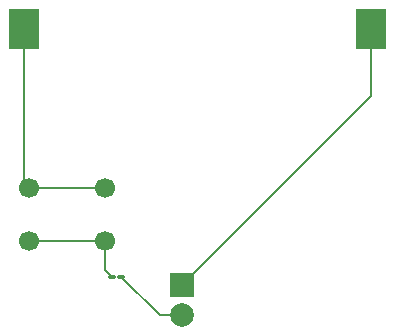
<source format=gtl>
%TF.GenerationSoftware,KiCad,Pcbnew,9.0.4*%
%TF.CreationDate,2025-10-02T17:08:24-05:00*%
%TF.ProjectId,firstExcercise,66697273-7445-4786-9365-72636973652e,rev?*%
%TF.SameCoordinates,Original*%
%TF.FileFunction,Copper,L1,Top*%
%TF.FilePolarity,Positive*%
%FSLAX46Y46*%
G04 Gerber Fmt 4.6, Leading zero omitted, Abs format (unit mm)*
G04 Created by KiCad (PCBNEW 9.0.4) date 2025-10-02 17:08:24*
%MOMM*%
%LPD*%
G01*
G04 APERTURE LIST*
G04 Aperture macros list*
%AMRoundRect*
0 Rectangle with rounded corners*
0 $1 Rounding radius*
0 $2 $3 $4 $5 $6 $7 $8 $9 X,Y pos of 4 corners*
0 Add a 4 corners polygon primitive as box body*
4,1,4,$2,$3,$4,$5,$6,$7,$8,$9,$2,$3,0*
0 Add four circle primitives for the rounded corners*
1,1,$1+$1,$2,$3*
1,1,$1+$1,$4,$5*
1,1,$1+$1,$6,$7*
1,1,$1+$1,$8,$9*
0 Add four rect primitives between the rounded corners*
20,1,$1+$1,$2,$3,$4,$5,0*
20,1,$1+$1,$4,$5,$6,$7,0*
20,1,$1+$1,$6,$7,$8,$9,0*
20,1,$1+$1,$8,$9,$2,$3,0*%
G04 Aperture macros list end*
%TA.AperFunction,SMDPad,CuDef*%
%ADD10RoundRect,0.100000X-0.217500X-0.100000X0.217500X-0.100000X0.217500X0.100000X-0.217500X0.100000X0*%
%TD*%
%TA.AperFunction,SMDPad,CuDef*%
%ADD11R,2.540000X3.510000*%
%TD*%
%TA.AperFunction,ComponentPad*%
%ADD12R,2.000000X2.000000*%
%TD*%
%TA.AperFunction,ComponentPad*%
%ADD13C,2.000000*%
%TD*%
%TA.AperFunction,ComponentPad*%
%ADD14C,1.700000*%
%TD*%
%TA.AperFunction,Conductor*%
%ADD15C,0.200000*%
%TD*%
G04 APERTURE END LIST*
D10*
%TO.P,R1,2*%
%TO.N,Net-(D1-A)*%
X128840000Y-94000000D03*
%TO.P,R1,1*%
%TO.N,Net-(SW1A-A)*%
X128025000Y-94000000D03*
%TD*%
D11*
%TO.P,BT1,1,+*%
%TO.N,/Battery Positive*%
X120640000Y-73000000D03*
%TO.P,BT1,2,-*%
%TO.N,/Battery Negative*%
X150000000Y-73000000D03*
%TD*%
D12*
%TO.P,D1,1,K*%
%TO.N,/Battery Negative*%
X134000000Y-94730000D03*
D13*
%TO.P,D1,2,A*%
%TO.N,Net-(D1-A)*%
X134000000Y-97270000D03*
%TD*%
D14*
%TO.P,SW1,2,B*%
%TO.N,/Battery Positive*%
X121000000Y-86500000D03*
X127500000Y-86500000D03*
%TO.P,SW1,1,A*%
%TO.N,Net-(SW1A-A)*%
X121000000Y-91000000D03*
X127500000Y-91000000D03*
%TD*%
D15*
%TO.N,/Battery Negative*%
X150000000Y-78730000D02*
X134000000Y-94730000D01*
X150000000Y-73000000D02*
X150000000Y-78730000D01*
X134000000Y-94730000D02*
X134000000Y-94346000D01*
%TO.N,Net-(D1-A)*%
X128840000Y-94000000D02*
X132110000Y-97270000D01*
X132110000Y-97270000D02*
X134000000Y-97270000D01*
%TO.N,Net-(SW1A-A)*%
X127500000Y-93475000D02*
X128025000Y-94000000D01*
X127500000Y-91000000D02*
X127500000Y-93475000D01*
X121000000Y-91000000D02*
X127500000Y-91000000D01*
%TO.N,/Battery Positive*%
X121000000Y-86500000D02*
X127500000Y-86500000D01*
X120640000Y-86140000D02*
X121000000Y-86500000D01*
X120640000Y-73000000D02*
X120640000Y-86140000D01*
%TD*%
M02*

</source>
